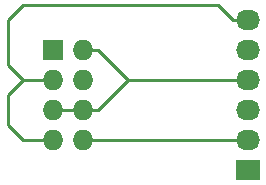
<source format=gbl>
G04 #@! TF.FileFunction,Copper,L2,Bot,Signal*
%FSLAX46Y46*%
G04 Gerber Fmt 4.6, Leading zero omitted, Abs format (unit mm)*
G04 Created by KiCad (PCBNEW (2014-11-17 BZR 5289)-product) date Sun 18 Jan 2015 06:57:41 AM EST*
%MOMM*%
G01*
G04 APERTURE LIST*
%ADD10C,0.100000*%
%ADD11R,1.727200X1.727200*%
%ADD12O,1.727200X1.727200*%
%ADD13R,2.032000X1.727200*%
%ADD14O,2.032000X1.727200*%
%ADD15C,0.254000*%
G04 APERTURE END LIST*
D10*
D11*
X140970000Y-102870000D03*
D12*
X143510000Y-102870000D03*
X140970000Y-105410000D03*
X143510000Y-105410000D03*
X140970000Y-107950000D03*
X143510000Y-107950000D03*
X140970000Y-110490000D03*
X143510000Y-110490000D03*
D13*
X157480000Y-113030000D03*
D14*
X157480000Y-110490000D03*
X157480000Y-107950000D03*
X157480000Y-105410000D03*
X157480000Y-102870000D03*
X157480000Y-100330000D03*
D15*
X147320000Y-105410000D02*
X144780000Y-102870000D01*
X144780000Y-102870000D02*
X143510000Y-102870000D01*
X157480000Y-105410000D02*
X147320000Y-105410000D01*
X140970000Y-107950000D02*
X143510000Y-107950000D01*
X144780000Y-107950000D02*
X143510000Y-107950000D01*
X147320000Y-105410000D02*
X144780000Y-107950000D01*
X138430000Y-110490000D02*
X137160000Y-109220000D01*
X137160000Y-109220000D02*
X137160000Y-106680000D01*
X137160000Y-106680000D02*
X138430000Y-105410000D01*
X140970000Y-110490000D02*
X138430000Y-110490000D01*
X137160000Y-104140000D02*
X137160000Y-100330000D01*
X137160000Y-100330000D02*
X138430000Y-99060000D01*
X138430000Y-99060000D02*
X154940000Y-99060000D01*
X154940000Y-99060000D02*
X156210000Y-100330000D01*
X156210000Y-100330000D02*
X157480000Y-100330000D01*
X138430000Y-105410000D02*
X137160000Y-104140000D01*
X140970000Y-105410000D02*
X138430000Y-105410000D01*
X157480000Y-110490000D02*
X143510000Y-110490000D01*
M02*

</source>
